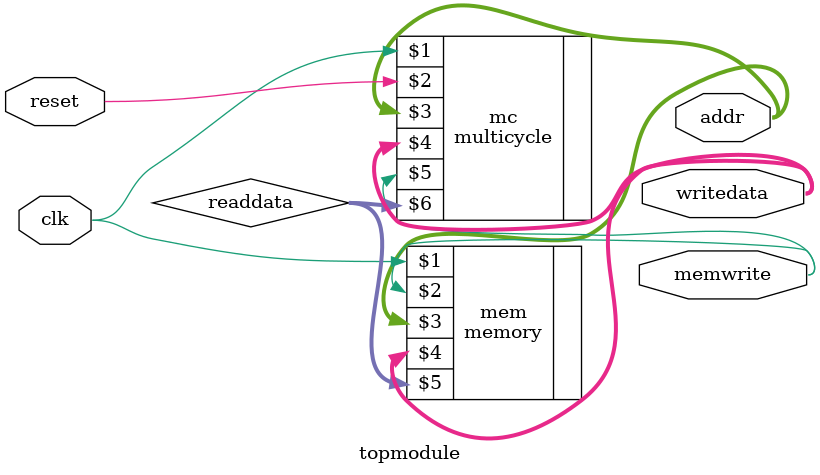
<source format=v>
module topmodule(
    input clk, reset,
    output [31:0] writedata, addr,
    output memwrite
);
    wire [31:0] readdata;
    multicycle mc(clk, reset, addr, writedata, memwrite, readdata);
    memory mem(clk, memwrite, addr, writedata, readdata);
endmodule
</source>
